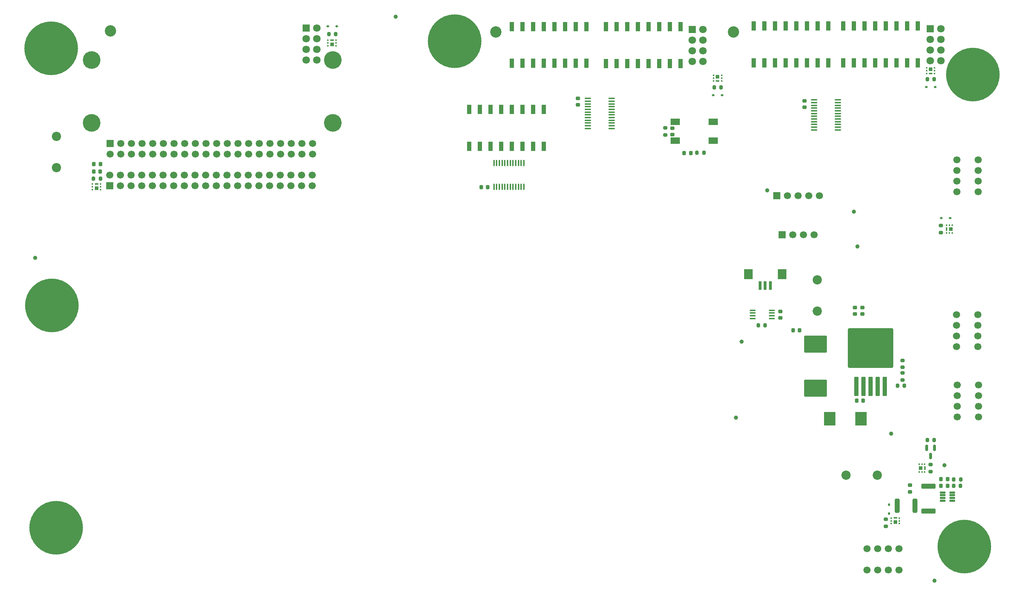
<source format=gbr>
%TF.GenerationSoftware,KiCad,Pcbnew,9.0.2*%
%TF.CreationDate,2025-10-05T23:40:01-05:00*%
%TF.ProjectId,MothBox5.0.2,4d6f7468-426f-4783-952e-302e322e6b69,5.0.2*%
%TF.SameCoordinates,Original*%
%TF.FileFunction,Soldermask,Bot*%
%TF.FilePolarity,Negative*%
%FSLAX46Y46*%
G04 Gerber Fmt 4.6, Leading zero omitted, Abs format (unit mm)*
G04 Created by KiCad (PCBNEW 9.0.2) date 2025-10-05 23:40:01*
%MOMM*%
%LPD*%
G01*
G04 APERTURE LIST*
G04 Aperture macros list*
%AMRoundRect*
0 Rectangle with rounded corners*
0 $1 Rounding radius*
0 $2 $3 $4 $5 $6 $7 $8 $9 X,Y pos of 4 corners*
0 Add a 4 corners polygon primitive as box body*
4,1,4,$2,$3,$4,$5,$6,$7,$8,$9,$2,$3,0*
0 Add four circle primitives for the rounded corners*
1,1,$1+$1,$2,$3*
1,1,$1+$1,$4,$5*
1,1,$1+$1,$6,$7*
1,1,$1+$1,$8,$9*
0 Add four rect primitives between the rounded corners*
20,1,$1+$1,$2,$3,$4,$5,0*
20,1,$1+$1,$4,$5,$6,$7,0*
20,1,$1+$1,$6,$7,$8,$9,0*
20,1,$1+$1,$8,$9,$2,$3,0*%
G04 Aperture macros list end*
%ADD10C,2.200000*%
%ADD11C,2.700000*%
%ADD12C,1.000000*%
%ADD13C,12.800000*%
%ADD14R,1.700000X1.700000*%
%ADD15C,1.700000*%
%ADD16R,1.800000X1.780000*%
%ADD17C,1.800000*%
%ADD18RoundRect,0.225000X0.225000X0.250000X-0.225000X0.250000X-0.225000X-0.250000X0.225000X-0.250000X0*%
%ADD19RoundRect,0.225000X-0.225000X-0.250000X0.225000X-0.250000X0.225000X0.250000X-0.225000X0.250000X0*%
%ADD20R,0.400000X0.450000*%
%ADD21R,0.400000X0.910000*%
%ADD22R,0.810000X0.910000*%
%ADD23RoundRect,0.225000X0.250000X-0.225000X0.250000X0.225000X-0.250000X0.225000X-0.250000X-0.225000X0*%
%ADD24R,0.450000X0.400000*%
%ADD25R,0.910000X0.400000*%
%ADD26R,0.910000X0.810000*%
%ADD27R,1.100000X2.200000*%
%ADD28RoundRect,0.218750X-0.218750X-0.256250X0.218750X-0.256250X0.218750X0.256250X-0.218750X0.256250X0*%
%ADD29RoundRect,0.200000X-0.200000X-0.275000X0.200000X-0.275000X0.200000X0.275000X-0.200000X0.275000X0*%
%ADD30RoundRect,0.200000X0.275000X-0.200000X0.275000X0.200000X-0.275000X0.200000X-0.275000X-0.200000X0*%
%ADD31RoundRect,0.200000X-0.275000X0.200000X-0.275000X-0.200000X0.275000X-0.200000X0.275000X0.200000X0*%
%ADD32RoundRect,0.100000X0.637500X0.100000X-0.637500X0.100000X-0.637500X-0.100000X0.637500X-0.100000X0*%
%ADD33RoundRect,0.225000X-0.250000X0.225000X-0.250000X-0.225000X0.250000X-0.225000X0.250000X0.225000X0*%
%ADD34RoundRect,0.125000X-0.537500X-0.125000X0.537500X-0.125000X0.537500X0.125000X-0.537500X0.125000X0*%
%ADD35R,0.700000X2.000000*%
%ADD36R,2.000000X2.400000*%
%ADD37R,2.300000X1.500000*%
%ADD38RoundRect,0.200000X0.200000X0.275000X-0.200000X0.275000X-0.200000X-0.275000X0.200000X-0.275000X0*%
%ADD39RoundRect,0.112500X0.187500X0.112500X-0.187500X0.112500X-0.187500X-0.112500X0.187500X-0.112500X0*%
%ADD40RoundRect,0.112500X-0.187500X-0.112500X0.187500X-0.112500X0.187500X0.112500X-0.187500X0.112500X0*%
%ADD41RoundRect,0.250000X-1.425000X0.362500X-1.425000X-0.362500X1.425000X-0.362500X1.425000X0.362500X0*%
%ADD42RoundRect,0.250000X0.300000X-2.050000X0.300000X2.050000X-0.300000X2.050000X-0.300000X-2.050000X0*%
%ADD43RoundRect,0.250002X5.149998X-4.449998X5.149998X4.449998X-5.149998X4.449998X-5.149998X-4.449998X0*%
%ADD44C,4.204000*%
%ADD45RoundRect,0.100000X-0.100000X0.637500X-0.100000X-0.637500X0.100000X-0.637500X0.100000X0.637500X0*%
%ADD46RoundRect,0.250000X2.500000X-1.750000X2.500000X1.750000X-2.500000X1.750000X-2.500000X-1.750000X0*%
%ADD47RoundRect,0.250000X-0.312500X-1.450000X0.312500X-1.450000X0.312500X1.450000X-0.312500X1.450000X0*%
%ADD48R,2.700000X3.300000*%
%ADD49RoundRect,0.150000X-0.150000X0.587500X-0.150000X-0.587500X0.150000X-0.587500X0.150000X0.587500X0*%
%ADD50RoundRect,0.112500X-0.112500X0.187500X-0.112500X-0.187500X0.112500X-0.187500X0.112500X0.187500X0*%
%ADD51R,1.400000X0.410000*%
G04 APERTURE END LIST*
D10*
%TO.C,C14*%
X132992507Y-29530312D03*
X125492507Y-29530312D03*
%TD*%
%TO.C,C16*%
X118675583Y9548297D03*
X118675583Y17048297D03*
%TD*%
%TO.C,C1*%
X-62650000Y51234329D03*
X-62650000Y43734329D03*
%TD*%
D11*
%TO.C,H11*%
X98664815Y76137849D03*
%TD*%
D12*
%TO.C,TP9*%
X-67749331Y22291322D03*
%TD*%
D13*
%TO.C,H3*%
X32214815Y73937849D03*
%TD*%
D11*
%TO.C,H12*%
X42027061Y76094408D03*
%TD*%
%TO.C,H13*%
X-49776601Y76398843D03*
%TD*%
D12*
%TO.C,TP4*%
X106764815Y38387849D03*
%TD*%
%TO.C,TP7*%
X100644448Y2305791D03*
%TD*%
D13*
%TO.C,H6*%
X-62785185Y-42062151D03*
%TD*%
D14*
%TO.C,U5*%
X-50012001Y39448894D03*
D15*
X-50012001Y41988894D03*
X-47472001Y39448894D03*
X-47472001Y41988894D03*
X-44932002Y39448894D03*
X-44932001Y41988894D03*
X-42392001Y39448894D03*
X-42392001Y41988894D03*
X-39852001Y39448894D03*
X-39852001Y41988894D03*
X-37312001Y39448894D03*
X-37312001Y41988894D03*
X-34772001Y39448894D03*
X-34772001Y41988894D03*
X-32232000Y39448894D03*
X-32232001Y41988894D03*
X-29692001Y39448894D03*
X-29692001Y41988894D03*
X-27152001Y39448894D03*
X-27152001Y41988894D03*
X-24612001Y39448894D03*
X-24612001Y41988894D03*
X-22072002Y39448894D03*
X-22072001Y41988894D03*
X-19532001Y39448894D03*
X-19532001Y41988894D03*
X-16992001Y39448894D03*
X-16992001Y41988894D03*
X-14452001Y39448894D03*
X-14452001Y41988894D03*
X-11912002Y39448894D03*
X-11912001Y41988894D03*
X-9372000Y39448894D03*
X-9372001Y41988894D03*
X-6832001Y39448894D03*
X-6832001Y41988894D03*
X-4292001Y39448894D03*
X-4292001Y41988894D03*
X-1752001Y39448894D03*
X-1752001Y41988894D03*
%TD*%
D16*
%TO.C,H10*%
X88827556Y76664779D03*
D17*
X91367556Y76664779D03*
X88827556Y74124779D03*
X91367556Y74124779D03*
X88827556Y71584779D03*
X91367556Y71584779D03*
X88827556Y69044779D03*
X91367556Y69044779D03*
%TD*%
D12*
%TO.C,TP6*%
X128267838Y24986014D03*
%TD*%
D13*
%TO.C,H7*%
X153714815Y-46562151D03*
%TD*%
D12*
%TO.C,TP3*%
X127364815Y33237849D03*
%TD*%
D13*
%TO.C,H4*%
X-63935185Y72187849D03*
%TD*%
D12*
%TO.C,TP2*%
X148970711Y-27151745D03*
%TD*%
D13*
%TO.C,H5*%
X-63785185Y10937849D03*
%TD*%
D12*
%TO.C,TP8*%
X18208170Y79732148D03*
%TD*%
D16*
%TO.C,H9*%
X-3153838Y77032342D03*
D17*
X-613838Y77032342D03*
X-3153838Y74492342D03*
X-613838Y74492342D03*
X-3153838Y71952342D03*
X-613838Y71952342D03*
X-3153838Y69412342D03*
X-613838Y69412342D03*
%TD*%
D16*
%TO.C,H8*%
X145620519Y76898184D03*
D17*
X148160519Y76898184D03*
X145620519Y74358184D03*
X148160519Y74358184D03*
X145620519Y71818184D03*
X148160519Y71818184D03*
X145620519Y69278184D03*
X148160519Y69278184D03*
%TD*%
D13*
%TO.C,H2*%
X155714815Y65937849D03*
%TD*%
D12*
%TO.C,TP10*%
X146615789Y-54705402D03*
%TD*%
%TO.C,TP5*%
X136316275Y-19642711D03*
%TD*%
D18*
%TO.C,C17*%
X-52225000Y44584329D03*
X-53775000Y44584329D03*
%TD*%
D19*
%TO.C,C3*%
X128072303Y-11798759D03*
X129622303Y-11798759D03*
%TD*%
D20*
%TO.C,Q8*%
X142962203Y-26915296D03*
X143622203Y-26915296D03*
X144272203Y-26915296D03*
X144272203Y-28815296D03*
X143622203Y-28815296D03*
X142962203Y-28815296D03*
D21*
X144322203Y-27865296D03*
D22*
X143292203Y-27865296D03*
%TD*%
D15*
%TO.C,J4*%
X157061743Y45616086D03*
X151981743Y45616086D03*
X157061743Y43076086D03*
X151981743Y43076086D03*
X157061743Y40536086D03*
X151981743Y40536086D03*
X157061743Y37996086D03*
X151981743Y37996086D03*
%TD*%
D23*
%TO.C,C7*%
X61592858Y58742782D03*
X61592858Y60292782D03*
%TD*%
D24*
%TO.C,Q5*%
X146650160Y67549356D03*
X146650160Y66889357D03*
X146650160Y66239356D03*
X144750160Y66239356D03*
X144750160Y66889357D03*
X144750160Y67549356D03*
D25*
X145700160Y66189355D03*
D26*
X145700160Y67219355D03*
%TD*%
D27*
%TO.C,U10*%
X68335084Y77364867D03*
X70875084Y77364867D03*
X73415084Y77364867D03*
X75955084Y77364867D03*
X78495084Y77364867D03*
X81035084Y77364867D03*
X83575084Y77364867D03*
X86115084Y77364867D03*
X86115084Y68564867D03*
X83575084Y68564867D03*
X81035084Y68564867D03*
X78495084Y68564867D03*
X75955084Y68564867D03*
X73415084Y68564867D03*
X70875084Y68564867D03*
X68335084Y68564867D03*
%TD*%
D28*
%TO.C,D3*%
X86963088Y47278041D03*
X88538090Y47278041D03*
%TD*%
D19*
%TO.C,C8*%
X148151600Y-30527067D03*
X149701600Y-30527067D03*
%TD*%
D24*
%TO.C,Q11*%
X-54100000Y38554329D03*
X-54100000Y39214328D03*
X-54100000Y39864329D03*
X-52200000Y39864329D03*
X-52200000Y39214328D03*
X-52200000Y38554329D03*
D25*
X-53150000Y39914330D03*
D26*
X-53150000Y38884330D03*
%TD*%
D29*
%TO.C,R1*%
X144887051Y-21204120D03*
X146537051Y-21204120D03*
%TD*%
D14*
%TO.C,U7*%
X-49915185Y49490349D03*
D15*
X-49915185Y46950349D03*
X-47375185Y49490349D03*
X-47375185Y46950349D03*
X-44835185Y49490349D03*
X-44835185Y46950349D03*
X-42295185Y49490349D03*
X-42295185Y46950349D03*
X-39755185Y49490349D03*
X-39755185Y46950349D03*
X-37215185Y49490349D03*
X-37215185Y46950349D03*
X-34675185Y49490349D03*
X-34675185Y46950349D03*
X-32135185Y49490349D03*
X-32135185Y46950349D03*
X-29595185Y49490349D03*
X-29595185Y46950349D03*
X-27055185Y49490349D03*
X-27055185Y46950349D03*
X-24515185Y49490349D03*
X-24515185Y46950349D03*
X-21975185Y49490349D03*
X-21975185Y46950349D03*
X-19435185Y49490349D03*
X-19435185Y46950349D03*
X-16895185Y49490349D03*
X-16895185Y46950349D03*
X-14355185Y49490349D03*
X-14355185Y46950349D03*
X-11815185Y49490349D03*
X-11815185Y46950349D03*
X-9275185Y49490349D03*
X-9275185Y46950349D03*
X-6735185Y49490349D03*
X-6735185Y46950349D03*
X-4195185Y49490349D03*
X-4195185Y46950349D03*
X-1655185Y49490349D03*
X-1655185Y46950349D03*
%TD*%
D27*
%TO.C,U11*%
X45829011Y77420614D03*
X48369011Y77420614D03*
X50909011Y77420614D03*
X53449011Y77420614D03*
X55989011Y77420614D03*
X58529011Y77420614D03*
X61069011Y77420614D03*
X63609011Y77420614D03*
X63609011Y68620614D03*
X61069011Y68620614D03*
X58529011Y68620614D03*
X55989011Y68620614D03*
X53449011Y68620614D03*
X50909011Y68620614D03*
X48369011Y68620614D03*
X45829011Y68620614D03*
%TD*%
D18*
%TO.C,C5*%
X114427649Y5011284D03*
X112877649Y5011284D03*
%TD*%
D30*
%TO.C,R30*%
X145705619Y-28704262D03*
X145705619Y-27054262D03*
%TD*%
D15*
%TO.C,J3*%
X157079878Y-8069029D03*
X151999878Y-8069029D03*
X157079878Y-10609029D03*
X151999878Y-10609029D03*
X157079878Y-13149029D03*
X151999878Y-13149029D03*
X157079878Y-15689029D03*
X151999878Y-15689029D03*
%TD*%
D31*
%TO.C,R3*%
X138996943Y-5185970D03*
X138996943Y-6835970D03*
%TD*%
D18*
%TO.C,C18*%
X-52231879Y42850432D03*
X-53781879Y42850432D03*
%TD*%
D32*
%TO.C,U9*%
X123602659Y59922277D03*
X123602659Y59272277D03*
X123602659Y58622277D03*
X123602659Y57972277D03*
X123602659Y57322277D03*
X123602659Y56672277D03*
X123602659Y56022277D03*
X123602659Y55372277D03*
X123602659Y54722277D03*
X123602659Y54072277D03*
X123602659Y53422277D03*
X123602659Y52772277D03*
X117877659Y52772277D03*
X117877659Y53422277D03*
X117877659Y54072277D03*
X117877659Y54722277D03*
X117877659Y55372277D03*
X117877659Y56022277D03*
X117877659Y56672277D03*
X117877659Y57322277D03*
X117877659Y57972277D03*
X117877659Y58622277D03*
X117877659Y59272277D03*
X117877659Y59922277D03*
%TD*%
D33*
%TO.C,C15*%
X84116199Y53173938D03*
X84116199Y51623938D03*
%TD*%
D34*
%TO.C,U3*%
X148564100Y-35631444D03*
X148564100Y-34981444D03*
X148564100Y-34331444D03*
X148564100Y-33681444D03*
X150839100Y-33681444D03*
X150839100Y-34331444D03*
X150839100Y-34981444D03*
X150839100Y-35631444D03*
%TD*%
D33*
%TO.C,C4*%
X109824516Y9487413D03*
X109824516Y7937413D03*
%TD*%
D35*
%TO.C,J5*%
X105000000Y15634329D03*
X106250000Y15634329D03*
X107500000Y15634329D03*
D36*
X110250000Y18334329D03*
X102250000Y18334329D03*
%TD*%
D27*
%TO.C,U13*%
X124864222Y77531424D03*
X127404222Y77531424D03*
X129944222Y77531424D03*
X132484222Y77531424D03*
X135024222Y77531424D03*
X137564222Y77531424D03*
X140104222Y77531424D03*
X142644222Y77531424D03*
X142644222Y68731424D03*
X140104222Y68731424D03*
X137564222Y68731424D03*
X135024222Y68731424D03*
X132484222Y68731424D03*
X129944222Y68731424D03*
X127404222Y68731424D03*
X124864222Y68731424D03*
%TD*%
D24*
%TO.C,Q6*%
X2031790Y72839962D03*
X2031790Y73499961D03*
X2031790Y74149962D03*
X3931790Y74149962D03*
X3931790Y73499961D03*
X3931790Y72839962D03*
D25*
X2981790Y74199963D03*
D26*
X2981790Y73169963D03*
%TD*%
D37*
%TO.C,SW2*%
X93900000Y54684329D03*
X84800000Y54684329D03*
X93900000Y50184329D03*
X84800000Y50184329D03*
%TD*%
D38*
%TO.C,R34*%
X91625000Y47284329D03*
X89975000Y47284329D03*
%TD*%
D14*
%TO.C,U8*%
X109003998Y37067769D03*
D15*
X111543998Y37067769D03*
X114083998Y37067769D03*
X116623998Y37067769D03*
X119163998Y37067769D03*
%TD*%
D27*
%TO.C,U12*%
X35674815Y57637849D03*
X38214815Y57637849D03*
X40754815Y57637849D03*
X43294815Y57637849D03*
X45834815Y57637849D03*
X48374815Y57637849D03*
X50914815Y57637849D03*
X53454815Y57637849D03*
X53454815Y48837849D03*
X50914815Y48837849D03*
X48374815Y48837849D03*
X45834815Y48837849D03*
X43294815Y48837849D03*
X40754815Y48837849D03*
X38214815Y48837849D03*
X35674815Y48837849D03*
%TD*%
D38*
%TO.C,R6*%
X152863364Y-30549371D03*
X151213364Y-30549371D03*
%TD*%
D19*
%TO.C,C6*%
X148167608Y-32121272D03*
X149717608Y-32121272D03*
%TD*%
D24*
%TO.C,Q1*%
X136307678Y-41095399D03*
X136307678Y-40435400D03*
X136307678Y-39785399D03*
X138207678Y-39785399D03*
X138207678Y-40435400D03*
X138207678Y-41095399D03*
D25*
X137257678Y-39735398D03*
D26*
X137257678Y-40765398D03*
%TD*%
D39*
%TO.C,D2*%
X96005446Y61018928D03*
X93905446Y61018928D03*
%TD*%
D19*
%TO.C,C12*%
X38539815Y39137849D03*
X40089815Y39137849D03*
%TD*%
D30*
%TO.C,R19*%
X148166558Y28300931D03*
X148166558Y29950931D03*
%TD*%
D29*
%TO.C,R31*%
X2217301Y75591151D03*
X3867301Y75591151D03*
%TD*%
D33*
%TO.C,C2*%
X140804777Y-31952687D03*
X140804777Y-33502687D03*
%TD*%
D15*
%TO.C,J2*%
X138114741Y-52138937D03*
X138114741Y-47058937D03*
X135574741Y-52138937D03*
X135574741Y-47058937D03*
X133034741Y-52138937D03*
X133034741Y-47058937D03*
X130494741Y-52138937D03*
X130494741Y-47058937D03*
%TD*%
D38*
%TO.C,R5*%
X152828173Y-32133002D03*
X151178173Y-32133002D03*
%TD*%
D40*
%TO.C,D7*%
X1986814Y77498931D03*
X4086814Y77498931D03*
%TD*%
D41*
%TO.C,R4*%
X145201600Y-32193944D03*
X145201600Y-38118944D03*
%TD*%
D42*
%TO.C,U2*%
X134783638Y-8393245D03*
X133083638Y-8393244D03*
X131383638Y-8393245D03*
D43*
X131383638Y756755D03*
D42*
X129683638Y-8393244D03*
X127983638Y-8393245D03*
%TD*%
D27*
%TO.C,U14*%
X103506146Y77511845D03*
X106046146Y77511845D03*
X108586146Y77511845D03*
X111126146Y77511845D03*
X113666146Y77511845D03*
X116206146Y77511845D03*
X118746146Y77511845D03*
X121286146Y77511845D03*
X121286146Y68711845D03*
X118746146Y68711845D03*
X116206146Y68711845D03*
X113666146Y68711845D03*
X111126146Y68711845D03*
X108586146Y68711845D03*
X106046146Y68711845D03*
X103506146Y68711845D03*
%TD*%
D23*
%TO.C,C9*%
X115615709Y58140257D03*
X115615709Y59690257D03*
%TD*%
D30*
%TO.C,R35*%
X82462843Y51573397D03*
X82462843Y53223397D03*
%TD*%
D44*
%TO.C,U6*%
X-54285185Y54437849D03*
X3214815Y54437849D03*
X-54285185Y69437849D03*
X3214815Y69437849D03*
%TD*%
D39*
%TO.C,D6*%
X146782946Y63009092D03*
X144682946Y63009092D03*
%TD*%
D38*
%TO.C,R21*%
X95757594Y62938269D03*
X94107594Y62938269D03*
%TD*%
D15*
%TO.C,J1*%
X156914327Y8694689D03*
X151834327Y8694689D03*
X156914327Y6154689D03*
X151834327Y6154689D03*
X156914327Y3614689D03*
X151834327Y3614689D03*
X156914327Y1074689D03*
X151834327Y1074689D03*
%TD*%
D23*
%TO.C,C10*%
X129413334Y8862282D03*
X129413334Y10412282D03*
%TD*%
D45*
%TO.C,U16*%
X41586203Y44900349D03*
X42236203Y44900349D03*
X42886203Y44900349D03*
X43536203Y44900349D03*
X44186203Y44900349D03*
X44836203Y44900349D03*
X45486203Y44900349D03*
X46136203Y44900349D03*
X46786203Y44900349D03*
X47436203Y44900349D03*
X48086203Y44900349D03*
X48736203Y44900349D03*
X48736203Y39175349D03*
X48086203Y39175349D03*
X47436203Y39175349D03*
X46786203Y39175349D03*
X46136203Y39175349D03*
X45486203Y39175349D03*
X44836203Y39175349D03*
X44186203Y39175349D03*
X43536203Y39175349D03*
X42886203Y39175349D03*
X42236203Y39175349D03*
X41586203Y39175349D03*
%TD*%
D46*
%TO.C,L1*%
X118214815Y-8812151D03*
X118214815Y1687849D03*
%TD*%
D32*
%TO.C,U15*%
X69659215Y60249367D03*
X69659215Y59599367D03*
X69659215Y58949367D03*
X69659215Y58299367D03*
X69659215Y57649367D03*
X69659215Y56999367D03*
X69659215Y56349367D03*
X69659215Y55699367D03*
X69659215Y55049367D03*
X69659215Y54399367D03*
X69659215Y53749367D03*
X69659215Y53099367D03*
X63934215Y53099367D03*
X63934215Y53749367D03*
X63934215Y54399367D03*
X63934215Y55049367D03*
X63934215Y55699367D03*
X63934215Y56349367D03*
X63934215Y56999367D03*
X63934215Y57649367D03*
X63934215Y58299367D03*
X63934215Y58949367D03*
X63934215Y59599367D03*
X63934215Y60249367D03*
%TD*%
D14*
%TO.C,H1*%
X110274815Y27787849D03*
D15*
X112814815Y27787849D03*
X115354814Y27787849D03*
X117894815Y27787849D03*
%TD*%
D38*
%TO.C,R36*%
X-52206916Y41149969D03*
X-53856916Y41149969D03*
%TD*%
D12*
%TO.C,TP1*%
X99243003Y-15812151D03*
%TD*%
D38*
%TO.C,R32*%
X139434478Y-8259677D03*
X137784478Y-8259677D03*
%TD*%
D47*
%TO.C,F2*%
X137689220Y-36872278D03*
X141964220Y-36872278D03*
%TD*%
D48*
%TO.C,E1*%
X121674815Y-16112151D03*
X129054815Y-16112151D03*
%TD*%
D31*
%TO.C,R2*%
X139001715Y-2175686D03*
X139001715Y-3825686D03*
%TD*%
D20*
%TO.C,Q4*%
X150826119Y28151191D03*
X150166120Y28151191D03*
X149516119Y28151191D03*
X149516119Y30051191D03*
X150166120Y30051191D03*
X150826119Y30051191D03*
D21*
X149466118Y29101191D03*
D22*
X150496118Y29101191D03*
%TD*%
D39*
%TO.C,D5*%
X150330357Y31780571D03*
X148230357Y31780571D03*
%TD*%
D38*
%TO.C,R33*%
X106265345Y6213720D03*
X104615345Y6213720D03*
%TD*%
%TO.C,R27*%
X146541652Y64860581D03*
X144891652Y64860581D03*
%TD*%
D31*
%TO.C,R29*%
X134999078Y-40073721D03*
X134999078Y-41723721D03*
%TD*%
D23*
%TO.C,C11*%
X127677335Y8848051D03*
X127677335Y10398051D03*
%TD*%
D49*
%TO.C,Q2*%
X144736885Y-23068577D03*
X146636885Y-23068577D03*
X145686885Y-24943578D03*
%TD*%
D50*
%TO.C,D1*%
X135789123Y-36558414D03*
X135789123Y-38658414D03*
%TD*%
D51*
%TO.C,U17*%
X103224474Y7792982D03*
X103224474Y8442982D03*
X103224474Y9102982D03*
X103224474Y9752982D03*
X107824474Y9752982D03*
X107824474Y9102982D03*
X107824474Y8442982D03*
X107824474Y7792982D03*
%TD*%
D24*
%TO.C,Q9*%
X95870772Y65752034D03*
X95870772Y65092035D03*
X95870772Y64442034D03*
X93970772Y64442034D03*
X93970772Y65092035D03*
X93970772Y65752034D03*
D25*
X94920772Y64392033D03*
D26*
X94920772Y65422033D03*
%TD*%
M02*

</source>
